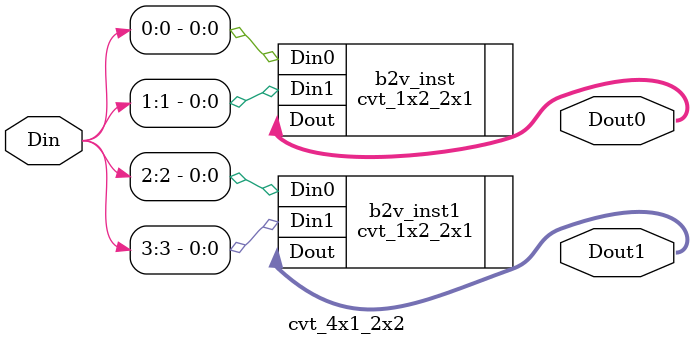
<source format=v>


module cvt_4x1_2x2(
	Din,
	Dout0,
	Dout1
);


input wire	[3:0] Din;
output wire	[1:0] Dout0;
output wire	[1:0] Dout1;






cvt_1x2_2x1	b2v_inst(
	.Din0(Din[0]),
	.Din1(Din[1]),
	.Dout(Dout0));


cvt_1x2_2x1	b2v_inst1(
	.Din0(Din[2]),
	.Din1(Din[3]),
	.Dout(Dout1));


endmodule

</source>
